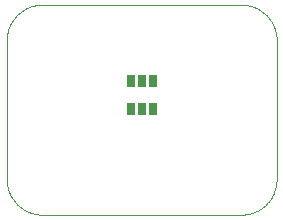
<source format=gtp>
G04 EAGLE Gerber RS-274X export*
G75*
%MOMM*%
%FSLAX35Y35*%
%LPD*%
%INsolder_paste_top*%
%IPPOS*%
%AMOC8*
5,1,8,0,0,1.08239X$1,22.5*%
G01*
%ADD10C,0.000000*%
%ADD11R,0.700000X1.000000*%


D10*
X1778000Y2240000D02*
X1778000Y1062000D01*
X1778088Y1054751D01*
X1778350Y1047506D01*
X1778788Y1040270D01*
X1779401Y1033046D01*
X1780187Y1025839D01*
X1781148Y1018653D01*
X1782282Y1011493D01*
X1783589Y1004362D01*
X1785068Y997265D01*
X1786717Y990205D01*
X1788537Y983188D01*
X1790526Y976216D01*
X1792683Y969295D01*
X1795006Y962428D01*
X1797495Y955619D01*
X1800148Y948872D01*
X1802962Y942191D01*
X1805938Y935580D01*
X1809072Y929043D01*
X1812363Y922583D01*
X1815810Y916205D01*
X1819409Y909912D01*
X1823160Y903708D01*
X1827059Y897596D01*
X1831105Y891581D01*
X1835295Y885664D01*
X1839627Y879851D01*
X1844098Y874144D01*
X1848705Y868547D01*
X1853447Y863063D01*
X1858319Y857695D01*
X1863320Y852447D01*
X1868447Y847320D01*
X1873695Y842319D01*
X1879063Y837447D01*
X1884547Y832705D01*
X1890144Y828098D01*
X1895851Y823627D01*
X1901664Y819295D01*
X1907581Y815105D01*
X1913596Y811059D01*
X1919708Y807160D01*
X1925912Y803409D01*
X1932205Y799810D01*
X1938583Y796363D01*
X1945043Y793072D01*
X1951580Y789938D01*
X1958191Y786962D01*
X1964872Y784148D01*
X1971619Y781495D01*
X1978428Y779006D01*
X1985295Y776683D01*
X1992216Y774526D01*
X1999188Y772537D01*
X2006205Y770717D01*
X2013265Y769068D01*
X2020362Y767589D01*
X2027493Y766282D01*
X2034653Y765148D01*
X2041839Y764187D01*
X2049046Y763401D01*
X2056270Y762788D01*
X2063506Y762350D01*
X2070751Y762088D01*
X2078000Y762000D01*
X3762337Y762000D01*
X3769696Y762090D01*
X3777050Y762361D01*
X3784395Y762812D01*
X3791727Y763443D01*
X3799042Y764254D01*
X3806334Y765244D01*
X3813600Y766412D01*
X3820835Y767759D01*
X3828034Y769282D01*
X3835195Y770981D01*
X3842311Y772856D01*
X3849379Y774905D01*
X3856395Y777126D01*
X3863354Y779519D01*
X3870253Y782082D01*
X3877086Y784813D01*
X3883851Y787711D01*
X3890542Y790774D01*
X3897157Y794001D01*
X3903690Y797388D01*
X3910138Y800935D01*
X3916497Y804639D01*
X3922763Y808498D01*
X3928933Y812509D01*
X3935003Y816670D01*
X3940968Y820980D01*
X3946827Y825434D01*
X3952574Y830030D01*
X3958206Y834766D01*
X3963721Y839639D01*
X3969115Y844646D01*
X3974384Y849783D01*
X3979526Y855048D01*
X3984537Y860438D01*
X3989414Y865949D01*
X3994154Y871578D01*
X3998755Y877321D01*
X4003214Y883176D01*
X4007528Y889138D01*
X4011694Y895204D01*
X4015711Y901371D01*
X4019574Y907634D01*
X4023283Y913990D01*
X4026835Y920435D01*
X4030228Y926966D01*
X4033460Y933577D01*
X4036528Y940266D01*
X4039432Y947028D01*
X4042169Y953860D01*
X4044737Y960756D01*
X4047135Y967714D01*
X4049362Y974728D01*
X4051417Y981794D01*
X4053297Y988909D01*
X4055002Y996068D01*
X4056531Y1003267D01*
X4057884Y1010501D01*
X4059058Y1017765D01*
X4060054Y1025057D01*
X4060870Y1032371D01*
X4061507Y1039702D01*
X4061964Y1047047D01*
X4062241Y1054401D01*
X4062337Y1061760D01*
X4063662Y2239685D01*
X4063582Y2246939D01*
X4063327Y2254189D01*
X4062896Y2261431D01*
X4062291Y2268660D01*
X4061511Y2275872D01*
X4060557Y2283064D01*
X4059429Y2290230D01*
X4058128Y2297367D01*
X4056655Y2304471D01*
X4055010Y2311536D01*
X4053196Y2318560D01*
X4051212Y2325538D01*
X4049059Y2332466D01*
X4046740Y2339340D01*
X4044256Y2346156D01*
X4041607Y2352910D01*
X4038796Y2359598D01*
X4035823Y2366215D01*
X4032692Y2372759D01*
X4029403Y2379226D01*
X4025959Y2385611D01*
X4022362Y2391910D01*
X4018613Y2398121D01*
X4014715Y2404240D01*
X4010671Y2410262D01*
X4006482Y2416185D01*
X4002151Y2422005D01*
X3997680Y2427718D01*
X3993073Y2433322D01*
X3988331Y2438813D01*
X3983458Y2444187D01*
X3978457Y2449442D01*
X3973330Y2454574D01*
X3968080Y2459581D01*
X3962711Y2464460D01*
X3957225Y2469207D01*
X3951626Y2473821D01*
X3945918Y2478297D01*
X3940102Y2482634D01*
X3934184Y2486830D01*
X3928166Y2490881D01*
X3922051Y2494785D01*
X3915844Y2498540D01*
X3909548Y2502144D01*
X3903167Y2505595D01*
X3896704Y2508890D01*
X3890163Y2512029D01*
X3883549Y2515008D01*
X3876864Y2517826D01*
X3870113Y2520482D01*
X3863300Y2522974D01*
X3856428Y2525300D01*
X3849503Y2527460D01*
X3842527Y2529451D01*
X3835505Y2531273D01*
X3828441Y2532925D01*
X3821339Y2534405D01*
X3814203Y2535714D01*
X3807038Y2536849D01*
X3799848Y2537811D01*
X3792636Y2538599D01*
X3785407Y2539212D01*
X3778166Y2539650D01*
X3770916Y2539913D01*
X3763662Y2540000D01*
X3763663Y2540000D02*
X2078000Y2540000D01*
X2070751Y2539912D01*
X2063506Y2539650D01*
X2056270Y2539212D01*
X2049046Y2538599D01*
X2041839Y2537813D01*
X2034653Y2536852D01*
X2027493Y2535718D01*
X2020362Y2534411D01*
X2013265Y2532932D01*
X2006205Y2531283D01*
X1999188Y2529463D01*
X1992216Y2527474D01*
X1985295Y2525317D01*
X1978428Y2522994D01*
X1971619Y2520505D01*
X1964872Y2517852D01*
X1958191Y2515038D01*
X1951580Y2512062D01*
X1945043Y2508928D01*
X1938583Y2505637D01*
X1932205Y2502190D01*
X1925912Y2498591D01*
X1919708Y2494840D01*
X1913596Y2490941D01*
X1907581Y2486895D01*
X1901664Y2482705D01*
X1895851Y2478373D01*
X1890144Y2473902D01*
X1884547Y2469295D01*
X1879063Y2464553D01*
X1873695Y2459681D01*
X1868447Y2454680D01*
X1863320Y2449553D01*
X1858319Y2444305D01*
X1853447Y2438937D01*
X1848705Y2433453D01*
X1844098Y2427856D01*
X1839627Y2422149D01*
X1835295Y2416336D01*
X1831105Y2410419D01*
X1827059Y2404404D01*
X1823160Y2398292D01*
X1819409Y2392088D01*
X1815810Y2385795D01*
X1812363Y2379417D01*
X1809072Y2372957D01*
X1805938Y2366420D01*
X1802962Y2359809D01*
X1800148Y2353128D01*
X1797495Y2346381D01*
X1795006Y2339572D01*
X1792683Y2332705D01*
X1790526Y2325784D01*
X1788537Y2318812D01*
X1786717Y2311795D01*
X1785068Y2304735D01*
X1783589Y2297638D01*
X1782282Y2290507D01*
X1781148Y2283347D01*
X1780187Y2276161D01*
X1779401Y2268954D01*
X1778788Y2261730D01*
X1778350Y2254494D01*
X1778088Y2247249D01*
X1778000Y2240000D01*
D11*
X2826000Y1658000D03*
X2921000Y1658000D03*
X3016000Y1658000D03*
X2826000Y1898000D03*
X2921000Y1898000D03*
X3016000Y1898000D03*
M02*

</source>
